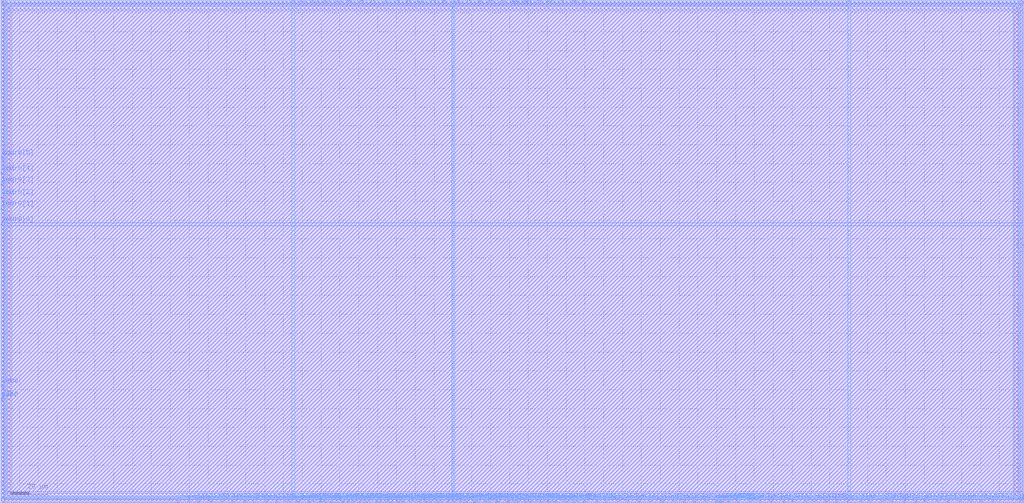
<source format=lef>
VERSION 5.4 ;
NAMESCASESENSITIVE ON ;
BUSBITCHARS "[]" ;
DIVIDERCHAR "/" ;
UNITS
  DATABASE MICRONS 2000 ;
END UNITS
MACRO sky130_sram_0kbytes_1rw1r_50x48_2
   CLASS BLOCK ;
   SIZE 543.02 BY 266.94 ;
   SYMMETRY X Y R90 ;
   PIN din0[0]
      DIRECTION INPUT ;
      PORT
         LAYER met4 ;
         RECT  240.04 0.0 240.42 1.06 ;
      END
   END din0[0]
   PIN din0[1]
      DIRECTION INPUT ;
      PORT
         LAYER met4 ;
         RECT  245.48 0.0 245.86 1.06 ;
      END
   END din0[1]
   PIN din0[2]
      DIRECTION INPUT ;
      PORT
         LAYER met4 ;
         RECT  251.6 0.0 251.98 1.06 ;
      END
   END din0[2]
   PIN din0[3]
      DIRECTION INPUT ;
      PORT
         LAYER met4 ;
         RECT  257.72 0.0 258.1 1.06 ;
      END
   END din0[3]
   PIN din0[4]
      DIRECTION INPUT ;
      PORT
         LAYER met4 ;
         RECT  262.48 0.0 262.86 1.06 ;
      END
   END din0[4]
   PIN din0[5]
      DIRECTION INPUT ;
      PORT
         LAYER met4 ;
         RECT  268.6 0.0 268.98 1.06 ;
      END
   END din0[5]
   PIN din0[6]
      DIRECTION INPUT ;
      PORT
         LAYER met4 ;
         RECT  274.04 0.0 274.42 1.06 ;
      END
   END din0[6]
   PIN din0[7]
      DIRECTION INPUT ;
      PORT
         LAYER met4 ;
         RECT  280.84 0.0 281.22 1.06 ;
      END
   END din0[7]
   PIN din0[8]
      DIRECTION INPUT ;
      PORT
         LAYER met4 ;
         RECT  286.28 0.0 286.66 1.06 ;
      END
   END din0[8]
   PIN din0[9]
      DIRECTION INPUT ;
      PORT
         LAYER met4 ;
         RECT  291.72 0.0 292.1 1.06 ;
      END
   END din0[9]
   PIN din0[10]
      DIRECTION INPUT ;
      PORT
         LAYER met4 ;
         RECT  298.52 0.0 298.9 1.06 ;
      END
   END din0[10]
   PIN din0[11]
      DIRECTION INPUT ;
      PORT
         LAYER met4 ;
         RECT  303.96 0.0 304.34 1.06 ;
      END
   END din0[11]
   PIN din0[12]
      DIRECTION INPUT ;
      PORT
         LAYER met4 ;
         RECT  310.08 0.0 310.46 1.06 ;
      END
   END din0[12]
   PIN din0[13]
      DIRECTION INPUT ;
      PORT
         LAYER met4 ;
         RECT  316.2 0.0 316.58 1.06 ;
      END
   END din0[13]
   PIN din0[14]
      DIRECTION INPUT ;
      PORT
         LAYER met4 ;
         RECT  320.96 0.0 321.34 1.06 ;
      END
   END din0[14]
   PIN din0[15]
      DIRECTION INPUT ;
      PORT
         LAYER met4 ;
         RECT  327.76 0.0 328.14 1.06 ;
      END
   END din0[15]
   PIN din0[16]
      DIRECTION INPUT ;
      PORT
         LAYER met4 ;
         RECT  332.52 0.0 332.9 1.06 ;
      END
   END din0[16]
   PIN din0[17]
      DIRECTION INPUT ;
      PORT
         LAYER met4 ;
         RECT  338.64 0.0 339.02 1.06 ;
      END
   END din0[17]
   PIN din0[18]
      DIRECTION INPUT ;
      PORT
         LAYER met4 ;
         RECT  344.76 0.0 345.14 1.06 ;
      END
   END din0[18]
   PIN din0[19]
      DIRECTION INPUT ;
      PORT
         LAYER met4 ;
         RECT  350.88 0.0 351.26 1.06 ;
      END
   END din0[19]
   PIN din0[20]
      DIRECTION INPUT ;
      PORT
         LAYER met4 ;
         RECT  357.0 0.0 357.38 1.06 ;
      END
   END din0[20]
   PIN din0[21]
      DIRECTION INPUT ;
      PORT
         LAYER met4 ;
         RECT  362.44 0.0 362.82 1.06 ;
      END
   END din0[21]
   PIN din0[22]
      DIRECTION INPUT ;
      PORT
         LAYER met4 ;
         RECT  367.88 0.0 368.26 1.06 ;
      END
   END din0[22]
   PIN din0[23]
      DIRECTION INPUT ;
      PORT
         LAYER met4 ;
         RECT  374.0 0.0 374.38 1.06 ;
      END
   END din0[23]
   PIN din0[24]
      DIRECTION INPUT ;
      PORT
         LAYER met4 ;
         RECT  379.44 0.0 379.82 1.06 ;
      END
   END din0[24]
   PIN din0[25]
      DIRECTION INPUT ;
      PORT
         LAYER met4 ;
         RECT  385.56 0.0 385.94 1.06 ;
      END
   END din0[25]
   PIN din0[26]
      DIRECTION INPUT ;
      PORT
         LAYER met4 ;
         RECT  391.0 0.0 391.38 1.06 ;
      END
   END din0[26]
   PIN din0[27]
      DIRECTION INPUT ;
      PORT
         LAYER met4 ;
         RECT  397.8 0.0 398.18 1.06 ;
      END
   END din0[27]
   PIN din0[28]
      DIRECTION INPUT ;
      PORT
         LAYER met4 ;
         RECT  402.56 0.0 402.94 1.06 ;
      END
   END din0[28]
   PIN din0[29]
      DIRECTION INPUT ;
      PORT
         LAYER met4 ;
         RECT  408.68 0.0 409.06 1.06 ;
      END
   END din0[29]
   PIN din0[30]
      DIRECTION INPUT ;
      PORT
         LAYER met4 ;
         RECT  415.48 0.0 415.86 1.06 ;
      END
   END din0[30]
   PIN din0[31]
      DIRECTION INPUT ;
      PORT
         LAYER met4 ;
         RECT  420.24 0.0 420.62 1.06 ;
      END
   END din0[31]
   PIN din0[32]
      DIRECTION INPUT ;
      PORT
         LAYER met4 ;
         RECT  427.04 0.0 427.42 1.06 ;
      END
   END din0[32]
   PIN din0[33]
      DIRECTION INPUT ;
      PORT
         LAYER met4 ;
         RECT  431.8 0.0 432.18 1.06 ;
      END
   END din0[33]
   PIN din0[34]
      DIRECTION INPUT ;
      PORT
         LAYER met4 ;
         RECT  437.92 0.0 438.3 1.06 ;
      END
   END din0[34]
   PIN din0[35]
      DIRECTION INPUT ;
      PORT
         LAYER met4 ;
         RECT  443.36 0.0 443.74 1.06 ;
      END
   END din0[35]
   PIN din0[36]
      DIRECTION INPUT ;
      PORT
         LAYER met4 ;
         RECT  449.48 0.0 449.86 1.06 ;
      END
   END din0[36]
   PIN din0[37]
      DIRECTION INPUT ;
      PORT
         LAYER met4 ;
         RECT  456.28 0.0 456.66 1.06 ;
      END
   END din0[37]
   PIN din0[38]
      DIRECTION INPUT ;
      PORT
         LAYER met4 ;
         RECT  461.04 0.0 461.42 1.06 ;
      END
   END din0[38]
   PIN din0[39]
      DIRECTION INPUT ;
      PORT
         LAYER met4 ;
         RECT  467.84 0.0 468.22 1.06 ;
      END
   END din0[39]
   PIN din0[40]
      DIRECTION INPUT ;
      PORT
         LAYER met4 ;
         RECT  472.6 0.0 472.98 1.06 ;
      END
   END din0[40]
   PIN din0[41]
      DIRECTION INPUT ;
      PORT
         LAYER met4 ;
         RECT  479.4 0.0 479.78 1.06 ;
      END
   END din0[41]
   PIN din0[42]
      DIRECTION INPUT ;
      PORT
         LAYER met4 ;
         RECT  485.52 0.0 485.9 1.06 ;
      END
   END din0[42]
   PIN din0[43]
      DIRECTION INPUT ;
      PORT
         LAYER met4 ;
         RECT  490.28 0.0 490.66 1.06 ;
      END
   END din0[43]
   PIN din0[44]
      DIRECTION INPUT ;
      PORT
         LAYER met4 ;
         RECT  497.08 0.0 497.46 1.06 ;
      END
   END din0[44]
   PIN din0[45]
      DIRECTION INPUT ;
      PORT
         LAYER met4 ;
         RECT  502.52 0.0 502.9 1.06 ;
      END
   END din0[45]
   PIN din0[46]
      DIRECTION INPUT ;
      PORT
         LAYER met4 ;
         RECT  508.64 0.0 509.02 1.06 ;
      END
   END din0[46]
   PIN din0[47]
      DIRECTION INPUT ;
      PORT
         LAYER met4 ;
         RECT  514.76 0.0 515.14 1.06 ;
      END
   END din0[47]
   PIN din0[48]
      DIRECTION INPUT ;
      PORT
         LAYER met4 ;
         RECT  520.2 0.0 520.58 1.06 ;
      END
   END din0[48]
   PIN din0[49]
      DIRECTION INPUT ;
      PORT
         LAYER met4 ;
         RECT  526.32 0.0 526.7 1.06 ;
      END
   END din0[49]
   PIN addr0[0]
      DIRECTION INPUT ;
      PORT
         LAYER met3 ;
         RECT  0.0 147.56 1.06 147.94 ;
      END
   END addr0[0]
   PIN addr0[1]
      DIRECTION INPUT ;
      PORT
         LAYER met3 ;
         RECT  0.0 155.72 1.06 156.1 ;
      END
   END addr0[1]
   PIN addr0[2]
      DIRECTION INPUT ;
      PORT
         LAYER met3 ;
         RECT  0.0 161.84 1.06 162.22 ;
      END
   END addr0[2]
   PIN addr0[3]
      DIRECTION INPUT ;
      PORT
         LAYER met3 ;
         RECT  0.0 168.64 1.06 169.02 ;
      END
   END addr0[3]
   PIN addr0[4]
      DIRECTION INPUT ;
      PORT
         LAYER met3 ;
         RECT  0.0 174.76 1.06 175.14 ;
      END
   END addr0[4]
   PIN addr0[5]
      DIRECTION INPUT ;
      PORT
         LAYER met3 ;
         RECT  0.0 182.92 1.06 183.3 ;
      END
   END addr0[5]
   PIN addr1[0]
      DIRECTION INPUT ;
      PORT
         LAYER met4 ;
         RECT  386.24 0.0 386.62 1.06 ;
      END
   END addr1[0]
   PIN addr1[1]
      DIRECTION INPUT ;
      PORT
         LAYER met4 ;
         RECT  380.12 0.0 380.5 1.06 ;
      END
   END addr1[1]
   PIN addr1[2]
      DIRECTION INPUT ;
      PORT
         LAYER met4 ;
         RECT  380.8 0.0 381.18 1.06 ;
      END
   END addr1[2]
   PIN addr1[3]
      DIRECTION INPUT ;
      PORT
         LAYER met4 ;
         RECT  381.48 0.0 381.86 1.06 ;
      END
   END addr1[3]
   PIN addr1[4]
      DIRECTION INPUT ;
      PORT
         LAYER met4 ;
         RECT  382.84 0.0 383.22 1.06 ;
      END
   END addr1[4]
   PIN addr1[5]
      DIRECTION INPUT ;
      PORT
         LAYER met4 ;
         RECT  382.16 0.0 382.54 1.06 ;
      END
   END addr1[5]
   PIN csb0
      DIRECTION INPUT ;
      PORT
         LAYER met3 ;
         RECT  0.0 54.4 1.06 54.78 ;
      END
   END csb0
   PIN csb1
      DIRECTION INPUT ;
      PORT
         LAYER met4 ;
         RECT  450.16 265.88 450.54 266.94 ;
      END
   END csb1
   PIN web0
      DIRECTION INPUT ;
      PORT
         LAYER met3 ;
         RECT  0.0 61.88 1.06 62.26 ;
      END
   END web0
   PIN clk0
      DIRECTION INPUT ;
      PORT
         LAYER met3 ;
         RECT  0.0 55.08 1.06 55.46 ;
      END
   END clk0
   PIN clk1
      DIRECTION INPUT ;
      PORT
         LAYER met4 ;
         RECT  432.48 265.88 432.86 266.94 ;
      END
   END clk1
   PIN wmask0[0]
      DIRECTION INPUT ;
      PORT
         LAYER met4 ;
         RECT  93.84 0.0 94.22 1.06 ;
      END
   END wmask0[0]
   PIN wmask0[1]
      DIRECTION INPUT ;
      PORT
         LAYER met4 ;
         RECT  99.96 0.0 100.34 1.06 ;
      END
   END wmask0[1]
   PIN wmask0[2]
      DIRECTION INPUT ;
      PORT
         LAYER met4 ;
         RECT  104.72 0.0 105.1 1.06 ;
      END
   END wmask0[2]
   PIN wmask0[3]
      DIRECTION INPUT ;
      PORT
         LAYER met4 ;
         RECT  111.52 0.0 111.9 1.06 ;
      END
   END wmask0[3]
   PIN wmask0[4]
      DIRECTION INPUT ;
      PORT
         LAYER met4 ;
         RECT  117.64 0.0 118.02 1.06 ;
      END
   END wmask0[4]
   PIN wmask0[5]
      DIRECTION INPUT ;
      PORT
         LAYER met4 ;
         RECT  123.08 0.0 123.46 1.06 ;
      END
   END wmask0[5]
   PIN wmask0[6]
      DIRECTION INPUT ;
      PORT
         LAYER met4 ;
         RECT  129.2 0.0 129.58 1.06 ;
      END
   END wmask0[6]
   PIN wmask0[7]
      DIRECTION INPUT ;
      PORT
         LAYER met4 ;
         RECT  133.96 0.0 134.34 1.06 ;
      END
   END wmask0[7]
   PIN wmask0[8]
      DIRECTION INPUT ;
      PORT
         LAYER met4 ;
         RECT  140.76 0.0 141.14 1.06 ;
      END
   END wmask0[8]
   PIN wmask0[9]
      DIRECTION INPUT ;
      PORT
         LAYER met4 ;
         RECT  146.2 0.0 146.58 1.06 ;
      END
   END wmask0[9]
   PIN wmask0[10]
      DIRECTION INPUT ;
      PORT
         LAYER met4 ;
         RECT  151.64 0.0 152.02 1.06 ;
      END
   END wmask0[10]
   PIN wmask0[11]
      DIRECTION INPUT ;
      PORT
         LAYER met4 ;
         RECT  157.08 0.0 157.46 1.06 ;
      END
   END wmask0[11]
   PIN wmask0[12]
      DIRECTION INPUT ;
      PORT
         LAYER met4 ;
         RECT  163.2 0.0 163.58 1.06 ;
      END
   END wmask0[12]
   PIN wmask0[13]
      DIRECTION INPUT ;
      PORT
         LAYER met4 ;
         RECT  169.32 0.0 169.7 1.06 ;
      END
   END wmask0[13]
   PIN wmask0[14]
      DIRECTION INPUT ;
      PORT
         LAYER met4 ;
         RECT  174.76 0.0 175.14 1.06 ;
      END
   END wmask0[14]
   PIN wmask0[15]
      DIRECTION INPUT ;
      PORT
         LAYER met4 ;
         RECT  180.88 0.0 181.26 1.06 ;
      END
   END wmask0[15]
   PIN wmask0[16]
      DIRECTION INPUT ;
      PORT
         LAYER met4 ;
         RECT  187.0 0.0 187.38 1.06 ;
      END
   END wmask0[16]
   PIN wmask0[17]
      DIRECTION INPUT ;
      PORT
         LAYER met4 ;
         RECT  192.44 0.0 192.82 1.06 ;
      END
   END wmask0[17]
   PIN wmask0[18]
      DIRECTION INPUT ;
      PORT
         LAYER met4 ;
         RECT  199.24 0.0 199.62 1.06 ;
      END
   END wmask0[18]
   PIN wmask0[19]
      DIRECTION INPUT ;
      PORT
         LAYER met4 ;
         RECT  204.0 0.0 204.38 1.06 ;
      END
   END wmask0[19]
   PIN wmask0[20]
      DIRECTION INPUT ;
      PORT
         LAYER met4 ;
         RECT  210.8 0.0 211.18 1.06 ;
      END
   END wmask0[20]
   PIN wmask0[21]
      DIRECTION INPUT ;
      PORT
         LAYER met4 ;
         RECT  216.92 0.0 217.3 1.06 ;
      END
   END wmask0[21]
   PIN wmask0[22]
      DIRECTION INPUT ;
      PORT
         LAYER met4 ;
         RECT  222.36 0.0 222.74 1.06 ;
      END
   END wmask0[22]
   PIN wmask0[23]
      DIRECTION INPUT ;
      PORT
         LAYER met4 ;
         RECT  227.8 0.0 228.18 1.06 ;
      END
   END wmask0[23]
   PIN wmask0[24]
      DIRECTION INPUT ;
      PORT
         LAYER met4 ;
         RECT  233.92 0.0 234.3 1.06 ;
      END
   END wmask0[24]
   PIN dout0[0]
      DIRECTION OUTPUT ;
      PORT
         LAYER met4 ;
         RECT  153.0 0.0 153.38 1.06 ;
      END
   END dout0[0]
   PIN dout0[1]
      DIRECTION OUTPUT ;
      PORT
         LAYER met4 ;
         RECT  157.76 0.0 158.14 1.06 ;
      END
   END dout0[1]
   PIN dout0[2]
      DIRECTION OUTPUT ;
      PORT
         LAYER met4 ;
         RECT  163.88 0.0 164.26 1.06 ;
      END
   END dout0[2]
   PIN dout0[3]
      DIRECTION OUTPUT ;
      PORT
         LAYER met4 ;
         RECT  165.92 0.0 166.3 1.06 ;
      END
   END dout0[3]
   PIN dout0[4]
      DIRECTION OUTPUT ;
      PORT
         LAYER met4 ;
         RECT  170.0 0.0 170.38 1.06 ;
      END
   END dout0[4]
   PIN dout0[5]
      DIRECTION OUTPUT ;
      PORT
         LAYER met4 ;
         RECT  172.04 0.0 172.42 1.06 ;
      END
   END dout0[5]
   PIN dout0[6]
      DIRECTION OUTPUT ;
      PORT
         LAYER met4 ;
         RECT  175.44 0.0 175.82 1.06 ;
      END
   END dout0[6]
   PIN dout0[7]
      DIRECTION OUTPUT ;
      PORT
         LAYER met4 ;
         RECT  178.16 0.0 178.54 1.06 ;
      END
   END dout0[7]
   PIN dout0[8]
      DIRECTION OUTPUT ;
      PORT
         LAYER met4 ;
         RECT  181.56 0.0 181.94 1.06 ;
      END
   END dout0[8]
   PIN dout0[9]
      DIRECTION OUTPUT ;
      PORT
         LAYER met4 ;
         RECT  184.28 0.0 184.66 1.06 ;
      END
   END dout0[9]
   PIN dout0[10]
      DIRECTION OUTPUT ;
      PORT
         LAYER met4 ;
         RECT  187.68 0.0 188.06 1.06 ;
      END
   END dout0[10]
   PIN dout0[11]
      DIRECTION OUTPUT ;
      PORT
         LAYER met4 ;
         RECT  190.4 0.0 190.78 1.06 ;
      END
   END dout0[11]
   PIN dout0[12]
      DIRECTION OUTPUT ;
      PORT
         LAYER met4 ;
         RECT  193.8 0.0 194.18 1.06 ;
      END
   END dout0[12]
   PIN dout0[13]
      DIRECTION OUTPUT ;
      PORT
         LAYER met4 ;
         RECT  195.16 0.0 195.54 1.06 ;
      END
   END dout0[13]
   PIN dout0[14]
      DIRECTION OUTPUT ;
      PORT
         LAYER met4 ;
         RECT  199.92 0.0 200.3 1.06 ;
      END
   END dout0[14]
   PIN dout0[15]
      DIRECTION OUTPUT ;
      PORT
         LAYER met4 ;
         RECT  201.28 0.0 201.66 1.06 ;
      END
   END dout0[15]
   PIN dout0[16]
      DIRECTION OUTPUT ;
      PORT
         LAYER met4 ;
         RECT  206.04 0.0 206.42 1.06 ;
      END
   END dout0[16]
   PIN dout0[17]
      DIRECTION OUTPUT ;
      PORT
         LAYER met4 ;
         RECT  207.4 0.0 207.78 1.06 ;
      END
   END dout0[17]
   PIN dout0[18]
      DIRECTION OUTPUT ;
      PORT
         LAYER met4 ;
         RECT  212.84 0.0 213.22 1.06 ;
      END
   END dout0[18]
   PIN dout0[19]
      DIRECTION OUTPUT ;
      PORT
         LAYER met4 ;
         RECT  213.52 0.0 213.9 1.06 ;
      END
   END dout0[19]
   PIN dout0[20]
      DIRECTION OUTPUT ;
      PORT
         LAYER met4 ;
         RECT  218.96 0.0 219.34 1.06 ;
      END
   END dout0[20]
   PIN dout0[21]
      DIRECTION OUTPUT ;
      PORT
         LAYER met4 ;
         RECT  221.68 0.0 222.06 1.06 ;
      END
   END dout0[21]
   PIN dout0[22]
      DIRECTION OUTPUT ;
      PORT
         LAYER met4 ;
         RECT  225.08 0.0 225.46 1.06 ;
      END
   END dout0[22]
   PIN dout0[23]
      DIRECTION OUTPUT ;
      PORT
         LAYER met4 ;
         RECT  225.76 0.0 226.14 1.06 ;
      END
   END dout0[23]
   PIN dout0[24]
      DIRECTION OUTPUT ;
      PORT
         LAYER met4 ;
         RECT  231.2 0.0 231.58 1.06 ;
      END
   END dout0[24]
   PIN dout0[25]
      DIRECTION OUTPUT ;
      PORT
         LAYER met4 ;
         RECT  231.88 0.0 232.26 1.06 ;
      END
   END dout0[25]
   PIN dout0[26]
      DIRECTION OUTPUT ;
      PORT
         LAYER met4 ;
         RECT  237.32 0.0 237.7 1.06 ;
      END
   END dout0[26]
   PIN dout0[27]
      DIRECTION OUTPUT ;
      PORT
         LAYER met4 ;
         RECT  240.72 0.0 241.1 1.06 ;
      END
   END dout0[27]
   PIN dout0[28]
      DIRECTION OUTPUT ;
      PORT
         LAYER met4 ;
         RECT  243.44 0.0 243.82 1.06 ;
      END
   END dout0[28]
   PIN dout0[29]
      DIRECTION OUTPUT ;
      PORT
         LAYER met4 ;
         RECT  246.84 0.0 247.22 1.06 ;
      END
   END dout0[29]
   PIN dout0[30]
      DIRECTION OUTPUT ;
      PORT
         LAYER met4 ;
         RECT  250.92 0.0 251.3 1.06 ;
      END
   END dout0[30]
   PIN dout0[31]
      DIRECTION OUTPUT ;
      PORT
         LAYER met4 ;
         RECT  252.96 0.0 253.34 1.06 ;
      END
   END dout0[31]
   PIN dout0[32]
      DIRECTION OUTPUT ;
      PORT
         LAYER met4 ;
         RECT  257.04 0.0 257.42 1.06 ;
      END
   END dout0[32]
   PIN dout0[33]
      DIRECTION OUTPUT ;
      PORT
         LAYER met4 ;
         RECT  259.08 0.0 259.46 1.06 ;
      END
   END dout0[33]
   PIN dout0[34]
      DIRECTION OUTPUT ;
      PORT
         LAYER met4 ;
         RECT  263.16 0.0 263.54 1.06 ;
      END
   END dout0[34]
   PIN dout0[35]
      DIRECTION OUTPUT ;
      PORT
         LAYER met4 ;
         RECT  263.84 0.0 264.22 1.06 ;
      END
   END dout0[35]
   PIN dout0[36]
      DIRECTION OUTPUT ;
      PORT
         LAYER met4 ;
         RECT  269.28 0.0 269.66 1.06 ;
      END
   END dout0[36]
   PIN dout0[37]
      DIRECTION OUTPUT ;
      PORT
         LAYER met4 ;
         RECT  272.0 0.0 272.38 1.06 ;
      END
   END dout0[37]
   PIN dout0[38]
      DIRECTION OUTPUT ;
      PORT
         LAYER met4 ;
         RECT  274.72 0.0 275.1 1.06 ;
      END
   END dout0[38]
   PIN dout0[39]
      DIRECTION OUTPUT ;
      PORT
         LAYER met4 ;
         RECT  278.12 0.0 278.5 1.06 ;
      END
   END dout0[39]
   PIN dout0[40]
      DIRECTION OUTPUT ;
      PORT
         LAYER met4 ;
         RECT  281.52 0.0 281.9 1.06 ;
      END
   END dout0[40]
   PIN dout0[41]
      DIRECTION OUTPUT ;
      PORT
         LAYER met4 ;
         RECT  284.24 0.0 284.62 1.06 ;
      END
   END dout0[41]
   PIN dout0[42]
      DIRECTION OUTPUT ;
      PORT
         LAYER met4 ;
         RECT  287.64 0.0 288.02 1.06 ;
      END
   END dout0[42]
   PIN dout0[43]
      DIRECTION OUTPUT ;
      PORT
         LAYER met4 ;
         RECT  290.36 0.0 290.74 1.06 ;
      END
   END dout0[43]
   PIN dout0[44]
      DIRECTION OUTPUT ;
      PORT
         LAYER met4 ;
         RECT  293.76 0.0 294.14 1.06 ;
      END
   END dout0[44]
   PIN dout0[45]
      DIRECTION OUTPUT ;
      PORT
         LAYER met4 ;
         RECT  294.44 0.0 294.82 1.06 ;
      END
   END dout0[45]
   PIN dout0[46]
      DIRECTION OUTPUT ;
      PORT
         LAYER met4 ;
         RECT  299.88 0.0 300.26 1.06 ;
      END
   END dout0[46]
   PIN dout0[47]
      DIRECTION OUTPUT ;
      PORT
         LAYER met4 ;
         RECT  301.24 0.0 301.62 1.06 ;
      END
   END dout0[47]
   PIN dout0[48]
      DIRECTION OUTPUT ;
      PORT
         LAYER met4 ;
         RECT  306.0 0.0 306.38 1.06 ;
      END
   END dout0[48]
   PIN dout0[49]
      DIRECTION OUTPUT ;
      PORT
         LAYER met4 ;
         RECT  309.4 0.0 309.78 1.06 ;
      END
   END dout0[49]
   PIN dout1[0]
      DIRECTION OUTPUT ;
      PORT
         LAYER met4 ;
         RECT  155.04 265.88 155.42 266.94 ;
      END
   END dout1[0]
   PIN dout1[1]
      DIRECTION OUTPUT ;
      PORT
         LAYER met4 ;
         RECT  159.12 265.88 159.5 266.94 ;
      END
   END dout1[1]
   PIN dout1[2]
      DIRECTION OUTPUT ;
      PORT
         LAYER met4 ;
         RECT  161.16 265.88 161.54 266.94 ;
      END
   END dout1[2]
   PIN dout1[3]
      DIRECTION OUTPUT ;
      PORT
         LAYER met4 ;
         RECT  165.24 265.88 165.62 266.94 ;
      END
   END dout1[3]
   PIN dout1[4]
      DIRECTION OUTPUT ;
      PORT
         LAYER met4 ;
         RECT  167.96 265.88 168.34 266.94 ;
      END
   END dout1[4]
   PIN dout1[5]
      DIRECTION OUTPUT ;
      PORT
         LAYER met4 ;
         RECT  172.04 265.88 172.42 266.94 ;
      END
   END dout1[5]
   PIN dout1[6]
      DIRECTION OUTPUT ;
      PORT
         LAYER met4 ;
         RECT  173.4 265.88 173.78 266.94 ;
      END
   END dout1[6]
   PIN dout1[7]
      DIRECTION OUTPUT ;
      PORT
         LAYER met4 ;
         RECT  178.16 265.88 178.54 266.94 ;
      END
   END dout1[7]
   PIN dout1[8]
      DIRECTION OUTPUT ;
      PORT
         LAYER met4 ;
         RECT  180.2 265.88 180.58 266.94 ;
      END
   END dout1[8]
   PIN dout1[9]
      DIRECTION OUTPUT ;
      PORT
         LAYER met4 ;
         RECT  184.28 265.88 184.66 266.94 ;
      END
   END dout1[9]
   PIN dout1[10]
      DIRECTION OUTPUT ;
      PORT
         LAYER met4 ;
         RECT  185.64 265.88 186.02 266.94 ;
      END
   END dout1[10]
   PIN dout1[11]
      DIRECTION OUTPUT ;
      PORT
         LAYER met4 ;
         RECT  191.08 265.88 191.46 266.94 ;
      END
   END dout1[11]
   PIN dout1[12]
      DIRECTION OUTPUT ;
      PORT
         LAYER met4 ;
         RECT  191.76 265.88 192.14 266.94 ;
      END
   END dout1[12]
   PIN dout1[13]
      DIRECTION OUTPUT ;
      PORT
         LAYER met4 ;
         RECT  196.52 265.88 196.9 266.94 ;
      END
   END dout1[13]
   PIN dout1[14]
      DIRECTION OUTPUT ;
      PORT
         LAYER met4 ;
         RECT  197.88 265.88 198.26 266.94 ;
      END
   END dout1[14]
   PIN dout1[15]
      DIRECTION OUTPUT ;
      PORT
         LAYER met4 ;
         RECT  204.0 265.88 204.38 266.94 ;
      END
   END dout1[15]
   PIN dout1[16]
      DIRECTION OUTPUT ;
      PORT
         LAYER met4 ;
         RECT  204.68 265.88 205.06 266.94 ;
      END
   END dout1[16]
   PIN dout1[17]
      DIRECTION OUTPUT ;
      PORT
         LAYER met4 ;
         RECT  209.44 265.88 209.82 266.94 ;
      END
   END dout1[17]
   PIN dout1[18]
      DIRECTION OUTPUT ;
      PORT
         LAYER met4 ;
         RECT  210.8 265.88 211.18 266.94 ;
      END
   END dout1[18]
   PIN dout1[19]
      DIRECTION OUTPUT ;
      PORT
         LAYER met4 ;
         RECT  215.56 265.88 215.94 266.94 ;
      END
   END dout1[19]
   PIN dout1[20]
      DIRECTION OUTPUT ;
      PORT
         LAYER met4 ;
         RECT  216.92 265.88 217.3 266.94 ;
      END
   END dout1[20]
   PIN dout1[21]
      DIRECTION OUTPUT ;
      PORT
         LAYER met4 ;
         RECT  221.68 265.88 222.06 266.94 ;
      END
   END dout1[21]
   PIN dout1[22]
      DIRECTION OUTPUT ;
      PORT
         LAYER met4 ;
         RECT  223.72 265.88 224.1 266.94 ;
      END
   END dout1[22]
   PIN dout1[23]
      DIRECTION OUTPUT ;
      PORT
         LAYER met4 ;
         RECT  228.48 265.88 228.86 266.94 ;
      END
   END dout1[23]
   PIN dout1[24]
      DIRECTION OUTPUT ;
      PORT
         LAYER met4 ;
         RECT  229.84 265.88 230.22 266.94 ;
      END
   END dout1[24]
   PIN dout1[25]
      DIRECTION OUTPUT ;
      PORT
         LAYER met4 ;
         RECT  234.6 265.88 234.98 266.94 ;
      END
   END dout1[25]
   PIN dout1[26]
      DIRECTION OUTPUT ;
      PORT
         LAYER met4 ;
         RECT  235.28 265.88 235.66 266.94 ;
      END
   END dout1[26]
   PIN dout1[27]
      DIRECTION OUTPUT ;
      PORT
         LAYER met4 ;
         RECT  240.72 265.88 241.1 266.94 ;
      END
   END dout1[27]
   PIN dout1[28]
      DIRECTION OUTPUT ;
      PORT
         LAYER met4 ;
         RECT  242.76 265.88 243.14 266.94 ;
      END
   END dout1[28]
   PIN dout1[29]
      DIRECTION OUTPUT ;
      PORT
         LAYER met4 ;
         RECT  247.52 265.88 247.9 266.94 ;
      END
   END dout1[29]
   PIN dout1[30]
      DIRECTION OUTPUT ;
      PORT
         LAYER met4 ;
         RECT  248.88 265.88 249.26 266.94 ;
      END
   END dout1[30]
   PIN dout1[31]
      DIRECTION OUTPUT ;
      PORT
         LAYER met4 ;
         RECT  253.64 265.88 254.02 266.94 ;
      END
   END dout1[31]
   PIN dout1[32]
      DIRECTION OUTPUT ;
      PORT
         LAYER met4 ;
         RECT  254.32 265.88 254.7 266.94 ;
      END
   END dout1[32]
   PIN dout1[33]
      DIRECTION OUTPUT ;
      PORT
         LAYER met4 ;
         RECT  259.08 265.88 259.46 266.94 ;
      END
   END dout1[33]
   PIN dout1[34]
      DIRECTION OUTPUT ;
      PORT
         LAYER met4 ;
         RECT  260.44 265.88 260.82 266.94 ;
      END
   END dout1[34]
   PIN dout1[35]
      DIRECTION OUTPUT ;
      PORT
         LAYER met4 ;
         RECT  265.88 265.88 266.26 266.94 ;
      END
   END dout1[35]
   PIN dout1[36]
      DIRECTION OUTPUT ;
      PORT
         LAYER met4 ;
         RECT  267.24 265.88 267.62 266.94 ;
      END
   END dout1[36]
   PIN dout1[37]
      DIRECTION OUTPUT ;
      PORT
         LAYER met4 ;
         RECT  271.32 265.88 271.7 266.94 ;
      END
   END dout1[37]
   PIN dout1[38]
      DIRECTION OUTPUT ;
      PORT
         LAYER met4 ;
         RECT  273.36 265.88 273.74 266.94 ;
      END
   END dout1[38]
   PIN dout1[39]
      DIRECTION OUTPUT ;
      PORT
         LAYER met4 ;
         RECT  278.12 265.88 278.5 266.94 ;
      END
   END dout1[39]
   PIN dout1[40]
      DIRECTION OUTPUT ;
      PORT
         LAYER met4 ;
         RECT  279.48 265.88 279.86 266.94 ;
      END
   END dout1[40]
   PIN dout1[41]
      DIRECTION OUTPUT ;
      PORT
         LAYER met4 ;
         RECT  284.92 265.88 285.3 266.94 ;
      END
   END dout1[41]
   PIN dout1[42]
      DIRECTION OUTPUT ;
      PORT
         LAYER met4 ;
         RECT  286.28 265.88 286.66 266.94 ;
      END
   END dout1[42]
   PIN dout1[43]
      DIRECTION OUTPUT ;
      PORT
         LAYER met4 ;
         RECT  290.36 265.88 290.74 266.94 ;
      END
   END dout1[43]
   PIN dout1[44]
      DIRECTION OUTPUT ;
      PORT
         LAYER met4 ;
         RECT  292.4 265.88 292.78 266.94 ;
      END
   END dout1[44]
   PIN dout1[45]
      DIRECTION OUTPUT ;
      PORT
         LAYER met4 ;
         RECT  296.48 265.88 296.86 266.94 ;
      END
   END dout1[45]
   PIN dout1[46]
      DIRECTION OUTPUT ;
      PORT
         LAYER met4 ;
         RECT  297.84 265.88 298.22 266.94 ;
      END
   END dout1[46]
   PIN dout1[47]
      DIRECTION OUTPUT ;
      PORT
         LAYER met4 ;
         RECT  303.28 265.88 303.66 266.94 ;
      END
   END dout1[47]
   PIN dout1[48]
      DIRECTION OUTPUT ;
      PORT
         LAYER met4 ;
         RECT  304.64 265.88 305.02 266.94 ;
      END
   END dout1[48]
   PIN dout1[49]
      DIRECTION OUTPUT ;
      PORT
         LAYER met4 ;
         RECT  309.4 265.88 309.78 266.94 ;
      END
   END dout1[49]
   PIN vccd1
      DIRECTION INOUT ;
      USE POWER ; 
      SHAPE ABUTMENT ; 
      PORT
         LAYER met4 ;
         RECT  3.4 3.4 5.14 263.54 ;
         LAYER met3 ;
         RECT  3.4 3.4 539.62 5.14 ;
         LAYER met3 ;
         RECT  3.4 261.8 539.62 263.54 ;
         LAYER met4 ;
         RECT  537.88 3.4 539.62 263.54 ;
      END
   END vccd1
   PIN vssd1
      DIRECTION INOUT ;
      USE GROUND ; 
      SHAPE ABUTMENT ; 
      PORT
         LAYER met4 ;
         RECT  0.0 0.0 1.74 266.94 ;
         LAYER met3 ;
         RECT  0.0 0.0 543.02 1.74 ;
         LAYER met4 ;
         RECT  541.28 0.0 543.02 266.94 ;
         LAYER met3 ;
         RECT  0.0 265.2 543.02 266.94 ;
      END
   END vssd1
   OBS
   LAYER  met1 ;
      RECT  0.62 0.62 542.4 266.32 ;
   LAYER  met2 ;
      RECT  0.62 0.62 542.4 266.32 ;
   LAYER  met3 ;
      RECT  1.66 146.96 542.4 148.54 ;
      RECT  0.62 148.54 1.66 155.12 ;
      RECT  0.62 156.7 1.66 161.24 ;
      RECT  0.62 162.82 1.66 168.04 ;
      RECT  0.62 169.62 1.66 174.16 ;
      RECT  0.62 175.74 1.66 182.32 ;
      RECT  0.62 62.86 1.66 146.96 ;
      RECT  0.62 56.06 1.66 61.28 ;
      RECT  1.66 2.8 2.8 5.74 ;
      RECT  1.66 5.74 2.8 146.96 ;
      RECT  2.8 5.74 540.22 146.96 ;
      RECT  540.22 2.8 542.4 5.74 ;
      RECT  540.22 5.74 542.4 146.96 ;
      RECT  1.66 148.54 2.8 261.2 ;
      RECT  1.66 261.2 2.8 264.14 ;
      RECT  2.8 148.54 540.22 261.2 ;
      RECT  540.22 148.54 542.4 261.2 ;
      RECT  540.22 261.2 542.4 264.14 ;
      RECT  0.62 2.34 1.66 53.8 ;
      RECT  1.66 2.34 2.8 2.8 ;
      RECT  2.8 2.34 540.22 2.8 ;
      RECT  540.22 2.34 542.4 2.8 ;
      RECT  0.62 183.9 1.66 264.6 ;
      RECT  1.66 264.14 2.8 264.6 ;
      RECT  2.8 264.14 540.22 264.6 ;
      RECT  540.22 264.14 542.4 264.6 ;
   LAYER  met4 ;
      RECT  311.06 0.62 315.6 1.66 ;
      RECT  317.18 0.62 320.36 1.66 ;
      RECT  321.94 0.62 327.16 1.66 ;
      RECT  328.74 0.62 331.92 1.66 ;
      RECT  333.5 0.62 338.04 1.66 ;
      RECT  339.62 0.62 344.16 1.66 ;
      RECT  345.74 0.62 350.28 1.66 ;
      RECT  351.86 0.62 356.4 1.66 ;
      RECT  357.98 0.62 361.84 1.66 ;
      RECT  363.42 0.62 367.28 1.66 ;
      RECT  368.86 0.62 373.4 1.66 ;
      RECT  374.98 0.62 378.84 1.66 ;
      RECT  391.98 0.62 397.2 1.66 ;
      RECT  398.78 0.62 401.96 1.66 ;
      RECT  403.54 0.62 408.08 1.66 ;
      RECT  409.66 0.62 414.88 1.66 ;
      RECT  416.46 0.62 419.64 1.66 ;
      RECT  421.22 0.62 426.44 1.66 ;
      RECT  428.02 0.62 431.2 1.66 ;
      RECT  432.78 0.62 437.32 1.66 ;
      RECT  438.9 0.62 442.76 1.66 ;
      RECT  444.34 0.62 448.88 1.66 ;
      RECT  450.46 0.62 455.68 1.66 ;
      RECT  457.26 0.62 460.44 1.66 ;
      RECT  462.02 0.62 467.24 1.66 ;
      RECT  468.82 0.62 472.0 1.66 ;
      RECT  473.58 0.62 478.8 1.66 ;
      RECT  480.38 0.62 484.92 1.66 ;
      RECT  486.5 0.62 489.68 1.66 ;
      RECT  491.26 0.62 496.48 1.66 ;
      RECT  498.06 0.62 501.92 1.66 ;
      RECT  503.5 0.62 508.04 1.66 ;
      RECT  509.62 0.62 514.16 1.66 ;
      RECT  515.74 0.62 519.6 1.66 ;
      RECT  521.18 0.62 525.72 1.66 ;
      RECT  387.22 0.62 390.4 1.66 ;
      RECT  383.82 0.62 384.96 1.66 ;
      RECT  241.02 1.66 449.56 265.28 ;
      RECT  449.56 1.66 451.14 265.28 ;
      RECT  433.46 265.28 449.56 266.32 ;
      RECT  94.82 0.62 99.36 1.66 ;
      RECT  100.94 0.62 104.12 1.66 ;
      RECT  105.7 0.62 110.92 1.66 ;
      RECT  112.5 0.62 117.04 1.66 ;
      RECT  118.62 0.62 122.48 1.66 ;
      RECT  124.06 0.62 128.6 1.66 ;
      RECT  130.18 0.62 133.36 1.66 ;
      RECT  134.94 0.62 140.16 1.66 ;
      RECT  141.74 0.62 145.6 1.66 ;
      RECT  147.18 0.62 151.04 1.66 ;
      RECT  153.98 0.62 156.48 1.66 ;
      RECT  158.74 0.62 162.6 1.66 ;
      RECT  164.86 0.62 165.32 1.66 ;
      RECT  166.9 0.62 168.72 1.66 ;
      RECT  170.98 0.62 171.44 1.66 ;
      RECT  173.02 0.62 174.16 1.66 ;
      RECT  176.42 0.62 177.56 1.66 ;
      RECT  179.14 0.62 180.28 1.66 ;
      RECT  182.54 0.62 183.68 1.66 ;
      RECT  185.26 0.62 186.4 1.66 ;
      RECT  188.66 0.62 189.8 1.66 ;
      RECT  191.38 0.62 191.84 1.66 ;
      RECT  196.14 0.62 198.64 1.66 ;
      RECT  202.26 0.62 203.4 1.66 ;
      RECT  204.98 0.62 205.44 1.66 ;
      RECT  208.38 0.62 210.2 1.66 ;
      RECT  211.78 0.62 212.24 1.66 ;
      RECT  214.5 0.62 216.32 1.66 ;
      RECT  217.9 0.62 218.36 1.66 ;
      RECT  219.94 0.62 221.08 1.66 ;
      RECT  223.34 0.62 224.48 1.66 ;
      RECT  226.74 0.62 227.2 1.66 ;
      RECT  228.78 0.62 230.6 1.66 ;
      RECT  232.86 0.62 233.32 1.66 ;
      RECT  234.9 0.62 236.72 1.66 ;
      RECT  238.3 0.62 239.44 1.66 ;
      RECT  241.7 0.62 242.84 1.66 ;
      RECT  244.42 0.62 244.88 1.66 ;
      RECT  247.82 0.62 250.32 1.66 ;
      RECT  253.94 0.62 256.44 1.66 ;
      RECT  260.06 0.62 261.88 1.66 ;
      RECT  264.82 0.62 268.0 1.66 ;
      RECT  270.26 0.62 271.4 1.66 ;
      RECT  272.98 0.62 273.44 1.66 ;
      RECT  275.7 0.62 277.52 1.66 ;
      RECT  279.1 0.62 280.24 1.66 ;
      RECT  282.5 0.62 283.64 1.66 ;
      RECT  285.22 0.62 285.68 1.66 ;
      RECT  288.62 0.62 289.76 1.66 ;
      RECT  292.7 0.62 293.16 1.66 ;
      RECT  295.42 0.62 297.92 1.66 ;
      RECT  302.22 0.62 303.36 1.66 ;
      RECT  304.94 0.62 305.4 1.66 ;
      RECT  306.98 0.62 308.8 1.66 ;
      RECT  154.44 1.66 156.02 265.28 ;
      RECT  156.02 1.66 239.44 265.28 ;
      RECT  156.02 265.28 158.52 266.32 ;
      RECT  160.1 265.28 160.56 266.32 ;
      RECT  162.14 265.28 164.64 266.32 ;
      RECT  166.22 265.28 167.36 266.32 ;
      RECT  168.94 265.28 171.44 266.32 ;
      RECT  174.38 265.28 177.56 266.32 ;
      RECT  179.14 265.28 179.6 266.32 ;
      RECT  181.18 265.28 183.68 266.32 ;
      RECT  186.62 265.28 190.48 266.32 ;
      RECT  192.74 265.28 195.92 266.32 ;
      RECT  198.86 265.28 203.4 266.32 ;
      RECT  205.66 265.28 208.84 266.32 ;
      RECT  211.78 265.28 214.96 266.32 ;
      RECT  217.9 265.28 221.08 266.32 ;
      RECT  222.66 265.28 223.12 266.32 ;
      RECT  224.7 265.28 227.88 266.32 ;
      RECT  230.82 265.28 234.0 266.32 ;
      RECT  236.26 265.28 239.44 266.32 ;
      RECT  239.44 1.66 240.12 265.28 ;
      RECT  239.44 265.28 240.12 266.32 ;
      RECT  240.12 1.66 241.02 265.28 ;
      RECT  241.7 265.28 242.16 266.32 ;
      RECT  243.74 265.28 246.92 266.32 ;
      RECT  249.86 265.28 253.04 266.32 ;
      RECT  255.3 265.28 258.48 266.32 ;
      RECT  261.42 265.28 265.28 266.32 ;
      RECT  268.22 265.28 270.72 266.32 ;
      RECT  272.3 265.28 272.76 266.32 ;
      RECT  274.34 265.28 277.52 266.32 ;
      RECT  280.46 265.28 284.32 266.32 ;
      RECT  287.26 265.28 289.76 266.32 ;
      RECT  291.34 265.28 291.8 266.32 ;
      RECT  293.38 265.28 295.88 266.32 ;
      RECT  298.82 265.28 302.68 266.32 ;
      RECT  305.62 265.28 308.8 266.32 ;
      RECT  310.38 265.28 431.88 266.32 ;
      RECT  2.8 1.66 5.74 2.8 ;
      RECT  2.8 264.14 5.74 265.28 ;
      RECT  5.74 1.66 154.44 2.8 ;
      RECT  5.74 2.8 154.44 264.14 ;
      RECT  5.74 264.14 154.44 265.28 ;
      RECT  451.14 1.66 537.28 2.8 ;
      RECT  451.14 2.8 537.28 264.14 ;
      RECT  451.14 264.14 537.28 265.28 ;
      RECT  537.28 1.66 540.22 2.8 ;
      RECT  537.28 264.14 540.22 265.28 ;
      RECT  2.34 0.62 93.24 1.66 ;
      RECT  2.34 265.28 154.44 266.32 ;
      RECT  2.34 1.66 2.8 2.8 ;
      RECT  2.34 2.8 2.8 264.14 ;
      RECT  2.34 264.14 2.8 265.28 ;
      RECT  527.3 0.62 540.68 1.66 ;
      RECT  451.14 265.28 540.68 266.32 ;
      RECT  540.22 1.66 540.68 2.8 ;
      RECT  540.22 2.8 540.68 264.14 ;
      RECT  540.22 264.14 540.68 265.28 ;
   END
END    sky130_sram_0kbytes_1rw1r_50x48_2
END    LIBRARY

</source>
